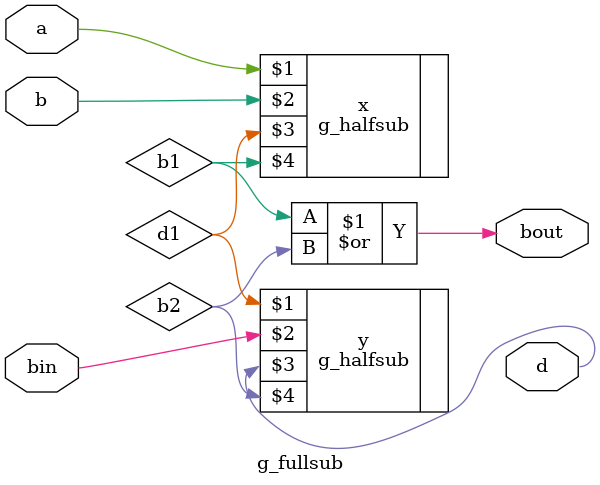
<source format=v>
module g_fullsub(a,b,bin,bout,d);
    input a,b,bin;
    output bout,d;
    wire w,d1,b1,b2;
    g_halfsub x(a,b,d1,b1);
    g_halfsub y(d1,bin,d,b2);

    or(bout,b1,b2);
endmodule

</source>
